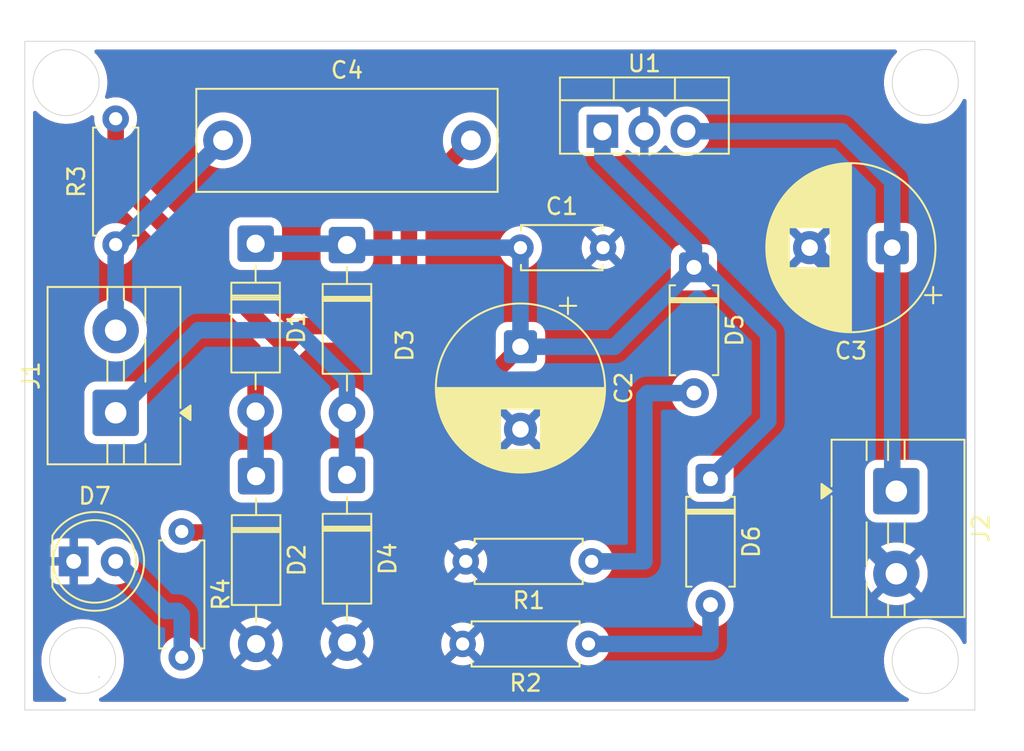
<source format=kicad_pcb>
(kicad_pcb (version 20241229) (generator "pcbnew") (generator_version "9.0")
  (layers (0 "F.Cu" signal) (2 "B.Cu" signal) (13 "F.Paste" user) (15 "B.Paste" user) (5 "F.SilkS" user "F.Silkscreen") (7 "B.SilkS" user "B.Silkscreen") (1 "F.Mask" user) (3 "B.Mask" user) (25 "Edge.Cuts" user))
  (net 0 "")
  (net 1 "Net-(D1-K)")
  (net 2 "GND")
  (net 3 "/5V")
  (net 4 "Net-(J1-Pin_2)")
  (net 5 "Net-(D1-A)")
  (net 6 "Net-(D3-A)")
  (net 7 "Net-(D5-A)")
  (net 8 "Net-(D6-A)")
  (net 9 "Net-(D7-A)")
  (footprint "TerminalBlock:TerminalBlock_MaiXu_MX126-5.0-02P_1x02_P5.00mm" (layer "F.Cu") (at 71 52 90)
    (property "Reference" "J1" (at 2.25 -5.12 90) (layer "F.SilkS"))
    (property "Value" "Screw_Terminal_01x02")
    (pad "1" thru_hole roundrect (at 0 0 90) (size 2.8 2.8) (drill 1.3) (layers "*.Cu" "*.Mask") (roundrect_rratio 0.089286) (net 6 "Net-(D3-A)"))
    (pad "2" thru_hole circle (at 5 0 90) (size 2.8 2.8) (drill 1.3) (layers "*.Cu" "*.Mask") (net 4 "Net-(J1-Pin_2)"))
  )
  (footprint "Diode_THT:D_DO-41_SOD81_P10.16mm_Horizontal" (layer "F.Cu") (at 79.5 55.84 -90)
    (property "Reference" "D2" (at 5.08 -2.47 90) (layer "F.SilkS"))
    (property "Value" "1N4007")
    (pad "1" thru_hole roundrect (at 0 0 270) (size 2.2 2.2) (drill 1.1) (layers "*.Cu" "*.Mask") (roundrect_rratio 0.113636) (net 5 "Net-(D1-A)"))
    (pad "2" thru_hole circle (at 10.16 0 270) (size 2.2 2.2) (drill 1.1) (layers "*.Cu" "*.Mask") (net 2 "GND"))
  )
  (footprint "Resistor_THT:R_Axial_DIN0207_L6.3mm_D2.5mm_P7.62mm_Horizontal" (layer "F.Cu") (at 99.62 66 180)
    (property "Reference" "R2" (at 3.81 -2.37 0) (layer "F.SilkS"))
    (property "Value" "R")
    (pad "1" thru_hole circle (at 0 0 180) (size 1.6 1.6) (drill 0.8) (layers "*.Cu" "*.Mask") (net 8 "Net-(D6-A)"))
    (pad "2" thru_hole circle (at 7.62 0 180) (size 1.6 1.6) (drill 0.8) (layers "*.Cu" "*.Mask") (net 2 "GND"))
  )
  (footprint "Resistor_THT:R_Axial_DIN0207_L6.3mm_D2.5mm_P7.62mm_Horizontal" (layer "F.Cu") (at 71 41.81 90)
    (property "Reference" "R3" (at 3.81 -2.37 90) (layer "F.SilkS"))
    (property "Value" "R")
    (pad "1" thru_hole circle (at 0 0 90) (size 1.6 1.6) (drill 0.8) (layers "*.Cu" "*.Mask") (net 4 "Net-(J1-Pin_2)"))
    (pad "2" thru_hole circle (at 7.62 0 90) (size 1.6 1.6) (drill 0.8) (layers "*.Cu" "*.Mask") (net 5 "Net-(D1-A)"))
  )
  (footprint "LED_THT:LED_D5.0mm" (layer "F.Cu") (at 68.46 61)
    (property "Reference" "D7" (at 1.27 -3.96 0) (layer "F.SilkS"))
    (property "Value" "LED")
    (pad "1" thru_hole rect (at 0 0) (size 1.8 1.8) (drill 0.9) (layers "*.Cu" "*.Mask") (net 2 "GND"))
    (pad "2" thru_hole circle (at 2.54 0) (size 1.8 1.8) (drill 0.9) (layers "*.Cu" "*.Mask") (net 9 "Net-(D7-A)"))
  )
  (footprint "Diode_THT:D_DO-41_SOD81_P10.16mm_Horizontal" (layer "F.Cu") (at 85 41.84 -90)
    (property "Reference" "D3" (at 6.08 -3.5 90) (layer "F.SilkS"))
    (property "Value" "1N4007")
    (pad "1" thru_hole roundrect (at 0 0 270) (size 2.2 2.2) (drill 1.1) (layers "*.Cu" "*.Mask") (roundrect_rratio 0.113636) (net 1 "Net-(D1-K)"))
    (pad "2" thru_hole circle (at 10.16 0 270) (size 2.2 2.2) (drill 1.1) (layers "*.Cu" "*.Mask") (net 6 "Net-(D3-A)"))
  )
  (footprint "Diode_THT:D_DO-41_SOD81_P10.16mm_Horizontal" (layer "F.Cu") (at 85 55.76 -90)
    (property "Reference" "D4" (at 5.08 -2.47 90) (layer "F.SilkS"))
    (property "Value" "1N4007")
    (pad "1" thru_hole roundrect (at 0 0 270) (size 2.2 2.2) (drill 1.1) (layers "*.Cu" "*.Mask") (roundrect_rratio 0.113636) (net 6 "Net-(D3-A)"))
    (pad "2" thru_hole circle (at 10.16 0 270) (size 2.2 2.2) (drill 1.1) (layers "*.Cu" "*.Mask") (net 2 "GND"))
  )
  (footprint "Capacitor_THT:CP_Radial_D10.0mm_P5.00mm" (layer "F.Cu") (at 118 42 180)
    (property "Reference" "C3" (at 2.5 -6.25 0) (layer "F.SilkS"))
    (property "Value" "C_Polarized_US")
    (pad "1" thru_hole roundrect (at 0 0 180) (size 2 2) (drill 1) (layers "*.Cu" "*.Mask") (roundrect_rratio 0.125) (net 3 "/5V"))
    (pad "2" thru_hole circle (at 5 0 180) (size 2 2) (drill 1) (layers "*.Cu" "*.Mask") (net 2 "GND"))
  )
  (footprint "TerminalBlock:TerminalBlock_MaiXu_MX126-5.0-02P_1x02_P5.00mm" (layer "F.Cu") (at 118.25 56.75 -90)
    (property "Reference" "J2" (at 2.25 -5.12 90) (layer "F.SilkS"))
    (property "Value" "Screw_Terminal_01x02")
    (pad "1" thru_hole roundrect (at 0 0 270) (size 2.8 2.8) (drill 1.3) (layers "*.Cu" "*.Mask") (roundrect_rratio 0.089286) (net 3 "/5V"))
    (pad "2" thru_hole circle (at 5 0 270) (size 2.8 2.8) (drill 1.3) (layers "*.Cu" "*.Mask") (net 2 "GND"))
  )
  (footprint "Resistor_THT:R_Axial_DIN0207_L6.3mm_D2.5mm_P7.62mm_Horizontal" (layer "F.Cu") (at 99.81 61 180)
    (property "Reference" "R1" (at 3.81 -2.37 0) (layer "F.SilkS"))
    (property "Value" "R")
    (pad "1" thru_hole circle (at 0 0 180) (size 1.6 1.6) (drill 0.8) (layers "*.Cu" "*.Mask") (net 7 "Net-(D5-A)"))
    (pad "2" thru_hole circle (at 7.62 0 180) (size 1.6 1.6) (drill 0.8) (layers "*.Cu" "*.Mask") (net 2 "GND"))
  )
  (footprint "Capacitor_THT:CP_Radial_D10.0mm_P5.00mm" (layer "F.Cu") (at 95.5 48 -90)
    (property "Reference" "C2" (at 2.5 -6.25 90) (layer "F.SilkS"))
    (property "Value" "C_Polarized_US")
    (pad "1" thru_hole roundrect (at 0 0 270) (size 2 2) (drill 1) (layers "*.Cu" "*.Mask") (roundrect_rratio 0.125) (net 1 "Net-(D1-K)"))
    (pad "2" thru_hole circle (at 5 0 270) (size 2 2) (drill 1) (layers "*.Cu" "*.Mask") (net 2 "GND"))
  )
  (footprint "Capacitor_THT:C_Disc_D4.7mm_W2.5mm_P5.00mm" (layer "F.Cu") (at 95.5 42)
    (property "Reference" "C1" (at 2.5 -2.5 0) (layer "F.SilkS"))
    (property "Value" "C")
    (pad "1" thru_hole circle (at 0 0) (size 1.6 1.6) (drill 0.8) (layers "*.Cu" "*.Mask") (net 1 "Net-(D1-K)"))
    (pad "2" thru_hole circle (at 5 0) (size 1.6 1.6) (drill 0.8) (layers "*.Cu" "*.Mask") (net 2 "GND"))
  )
  (footprint "Diode_THT:D_DO-41_SOD81_P10.16mm_Horizontal" (layer "F.Cu") (at 79.47 41.76 -90)
    (property "Reference" "D1" (at 5.08 -2.47 90) (layer "F.SilkS"))
    (property "Value" "1N4007")
    (pad "1" thru_hole roundrect (at 0 0 270) (size 2.2 2.2) (drill 1.1) (layers "*.Cu" "*.Mask") (roundrect_rratio 0.113636) (net 1 "Net-(D1-K)"))
    (pad "2" thru_hole circle (at 10.16 0 270) (size 2.2 2.2) (drill 1.1) (layers "*.Cu" "*.Mask") (net 5 "Net-(D1-A)"))
  )
  (footprint "Diode_THT:D_A-405_P7.62mm_Horizontal" (layer "F.Cu") (at 106 43.19 -90)
    (property "Reference" "D5" (at 3.81 -2.47 90) (layer "F.SilkS"))
    (property "Value" "D_Zener")
    (pad "1" thru_hole roundrect (at 0 0 270) (size 1.8 1.8) (drill 0.9) (layers "*.Cu" "*.Mask") (roundrect_rratio 0.138889) (net 1 "Net-(D1-K)"))
    (pad "2" thru_hole circle (at 7.62 0 270) (size 1.8 1.8) (drill 0.9) (layers "*.Cu" "*.Mask") (net 7 "Net-(D5-A)"))
  )
  (footprint "Capacitor_THT:C_Rect_L18.0mm_W6.0mm_P15.00mm_FKS3_FKP3" (layer "F.Cu") (at 77.5 35.5)
    (property "Reference" "C4" (at 7.5 -4.25 0) (layer "F.SilkS"))
    (property "Value" "C")
    (pad "1" thru_hole circle (at 0 0) (size 2.4 2.4) (drill 1.2) (layers "*.Cu" "*.Mask") (net 4 "Net-(J1-Pin_2)"))
    (pad "2" thru_hole circle (at 15 0) (size 2.4 2.4) (drill 1.2) (layers "*.Cu" "*.Mask") (net 5 "Net-(D1-A)"))
  )
  (footprint "Package_TO_SOT_THT:TO-220-3_Vertical" (layer "F.Cu") (at 100.46 34.95)
    (property "Reference" "U1" (at 2.54 -4.1 0) (layer "F.SilkS"))
    (property "Value" "LM7805_TO220")
    (pad "1" thru_hole rect (at 0 0) (size 1.905 2) (drill 1.1) (layers "*.Cu" "*.Mask") (net 1 "Net-(D1-K)"))
    (pad "2" thru_hole oval (at 2.54 0) (size 1.905 2) (drill 1.1) (layers "*.Cu" "*.Mask") (net 2 "GND"))
    (pad "3" thru_hole oval (at 5.08 0) (size 1.905 2) (drill 1.1) (layers "*.Cu" "*.Mask") (net 3 "/5V"))
  )
  (footprint "Diode_THT:D_A-405_P7.62mm_Horizontal" (layer "F.Cu") (at 107 56 -90)
    (property "Reference" "D6" (at 3.81 -2.47 90) (layer "F.SilkS"))
    (property "Value" "D_Zener")
    (pad "1" thru_hole roundrect (at 0 0 270) (size 1.8 1.8) (drill 0.9) (layers "*.Cu" "*.Mask") (roundrect_rratio 0.138889) (net 1 "Net-(D1-K)"))
    (pad "2" thru_hole circle (at 7.62 0 270) (size 1.8 1.8) (drill 0.9) (layers "*.Cu" "*.Mask") (net 8 "Net-(D6-A)"))
  )
  (footprint "Resistor_THT:R_Axial_DIN0207_L6.3mm_D2.5mm_P7.62mm_Horizontal" (layer "F.Cu") (at 75 59.19 -90)
    (property "Reference" "R4" (at 3.81 -2.37 90) (layer "F.SilkS"))
    (property "Value" "R")
    (pad "1" thru_hole circle (at 0 0 270) (size 1.6 1.6) (drill 0.8) (layers "*.Cu" "*.Mask") (net 1 "Net-(D1-K)"))
    (pad "2" thru_hole circle (at 7.62 0 270) (size 1.6 1.6) (drill 0.8) (layers "*.Cu" "*.Mask") (net 9 "Net-(D7-A)"))
  )
  (gr_circle (center 120 67) (end 120 69) (stroke (width 0.05)) (fill no) (layer "Edge.Cuts"))
  (gr_circle (center 69 67) (end 71 67) (stroke (width 0.05)) (fill no) (layer "Edge.Cuts"))
  (gr_circle (center 120 32) (end 122 32) (stroke (width 0.05)) (fill no) (layer "Edge.Cuts"))
  (gr_rect (start 65.5 29.5) (end 123 70) (stroke (width 0.05)) (fill no) (layer "Edge.Cuts"))
  (gr_circle (center 70 68) (end 70 68) (stroke (width 0.05)) (fill no) (layer "Edge.Cuts"))
  (gr_circle (center 68 32) (end 70 32) (stroke (width 0.05)) (fill no) (layer "Edge.Cuts"))
  (segment (start 75 59.19) (end 75.06 59.25) (width 1) (layer "F.Cu") (net 1))
  (segment (start 88.5 59.25) (end 88.5 55) (width 1) (layer "F.Cu") (net 1))
  (segment (start 75.06 59.25) (end 88.5 59.25) (width 1) (layer "F.Cu") (net 1))
  (segment (start 88.5 55) (end 95.5 48) (width 1) (layer "F.Cu") (net 1))
  (segment (start 95.5 45) (end 95.5 42) (width 1) (layer "B.Cu") (net 1))
  (segment (start 110.5 47.25) (end 106.44 43.19) (width 1) (layer "B.Cu") (net 1))
  (segment (start 106 43.19) (end 106 42) (width 1) (layer "B.Cu") (net 1))
  (segment (start 107 56) (end 110.5 52.5) (width 1) (layer "B.Cu") (net 1))
  (segment (start 84.92 41.76) (end 85 41.84) (width 1) (layer "B.Cu") (net 1))
  (segment (start 95.5 42) (end 85.16 42) (width 1) (layer "B.Cu") (net 1))
  (segment (start 106 42) (end 100.46 36.46) (width 1) (layer "B.Cu") (net 1))
  (segment (start 101.19 48) (end 95.5 48) (width 1) (layer "B.Cu") (net 1))
  (segment (start 85.16 42) (end 85 41.84) (width 1) (layer "B.Cu") (net 1))
  (segment (start 110.5 52.5) (end 110.5 47.25) (width 1) (layer "B.Cu") (net 1))
  (segment (start 79.47 41.76) (end 84.92 41.76) (width 1) (layer "B.Cu") (net 1))
  (segment (start 95.5 48) (end 95.5 45) (width 1) (layer "B.Cu") (net 1))
  (segment (start 100.46 36.46) (end 100.46 34.95) (width 1) (layer "B.Cu") (net 1))
  (segment (start 106.44 43.19) (end 106 43.19) (width 1) (layer "B.Cu") (net 1))
  (segment (start 106 43.19) (end 101.19 48) (width 1) (layer "B.Cu") (net 1))
  (segment (start 114.25 43.25) (end 114.25 59.75) (width 1) (layer "B.Cu") (net 2))
  (segment (start 92 61.19) (end 92.19 61) (width 1) (layer "B.Cu") (net 2))
  (segment (start 85.08 66) (end 85 65.92) (width 1) (layer "B.Cu") (net 2))
  (segment (start 116.25 59.75) (end 118.25 61.75) (width 1) (layer "B.Cu") (net 2))
  (segment (start 79.58 65.92) (end 79.5 66) (width 1) (layer "B.Cu") (net 2))
  (segment (start 114.25 59.75) (end 116.25 59.75) (width 1) (layer "B.Cu") (net 2))
  (segment (start 113 42) (end 114.25 43.25) (width 1) (layer "B.Cu") (net 2))
  (segment (start 118 42) (end 118 56.5) (width 1) (layer "B.Cu") (net 3))
  (segment (start 114.95 34.95) (end 118 38) (width 1) (layer "B.Cu") (net 3))
  (segment (start 106 35) (end 105.95 34.95) (width 1) (layer "B.Cu") (net 3))
  (segment (start 118 38) (end 118 42) (width 1) (layer "B.Cu") (net 3))
  (segment (start 105.54 34.95) (end 114.95 34.95) (width 1) (layer "B.Cu") (net 3))
  (segment (start 105.54 34.95) (end 105.95 34.95) (width 1) (layer "B.Cu") (net 3))
  (segment (start 118 56.5) (end 118.25 56.75) (width 1) (layer "B.Cu") (net 3))
  (segment (start 71 41.81) (end 71.19 41.81) (width 1) (layer "B.Cu") (net 4))
  (segment (start 71.19 41.81) (end 77.5 35.5) (width 1) (layer "B.Cu") (net 4))
  (segment (start 71 47) (end 71 41.81) (width 1) (layer "B.Cu") (net 4))
  (segment (start 71 37.75) (end 81.25 48) (width 1) (layer "F.Cu") (net 5))
  (segment (start 92.5 35.5) (end 88.75 39.25) (width 1) (layer "F.Cu") (net 5))
  (segment (start 81.25 48) (end 79.47 49.78) (width 1) (layer "F.Cu") (net 5))
  (segment (start 79.47 49.78) (end 79.47 51.92) (width 1) (layer "F.Cu") (net 5))
  (segment (start 88.75 46.75) (end 82.5 46.75) (width 1) (layer "F.Cu") (net 5))
  (segment (start 71 34.19) (end 71 37.75) (width 1) (layer "F.Cu") (net 5))
  (segment (start 88.75 39.25) (end 88.75 46.75) (width 1) (layer "F.Cu") (net 5))
  (segment (start 82.5 46.75) (end 81.25 48) (width 1) (layer "F.Cu") (net 5))
  (segment (start 79.47 51.92) (end 79.47 55.81) (width 1) (layer "B.Cu") (net 5))
  (segment (start 79.47 55.81) (end 79.5 55.84) (width 1) (layer "B.Cu") (net 5))
  (segment (start 85 52) (end 85 50) (width 1) (layer "B.Cu") (net 6))
  (segment (start 82 47) (end 76 47) (width 1) (layer "B.Cu") (net 6))
  (segment (start 85 50) (end 82 47) (width 1) (layer "B.Cu") (net 6))
  (segment (start 85 55.76) (end 85 52) (width 1) (layer "B.Cu") (net 6))
  (segment (start 76 47) (end 71 52) (width 1) (layer "B.Cu") (net 6))
  (segment (start 103 61) (end 99.81 61) (width 1) (layer "B.Cu") (net 7))
  (segment (start 103.19 50.81) (end 103 51) (width 1) (layer "B.Cu") (net 7))
  (segment (start 106 50.81) (end 103.19 50.81) (width 1) (layer "B.Cu") (net 7))
  (segment (start 103 51) (end 103 61) (width 1) (layer "B.Cu") (net 7))
  (segment (start 107 66) (end 99.62 66) (width 1) (layer "B.Cu") (net 8))
  (segment (start 107 63.62) (end 107 66) (width 1) (layer "B.Cu") (net 8))
  (segment (start 74 64) (end 71 61) (width 1) (layer "B.Cu") (net 9))
  (segment (start 75 64.25) (end 74.75 64) (width 1) (layer "B.Cu") (net 9))
  (segment (start 74.75 64) (end 74 64) (width 1) (layer "B.Cu") (net 9))
  (segment (start 75 66.81) (end 75 64.25) (width 1) (layer "B.Cu") (net 9))
  (zone (net 2) (net_name "GND") (layers "F.Cu" "B.Cu") (connect_pads (clearance 0.5)) (min_thickness 0.25) (fill yes (thermal_gap 0.5) (thermal_bridge_width 0.5))
    (polygon (pts (xy 64 27) (xy 126 27) (xy 126 72.5) (xy 64.25 72)))
  )
)
</source>
